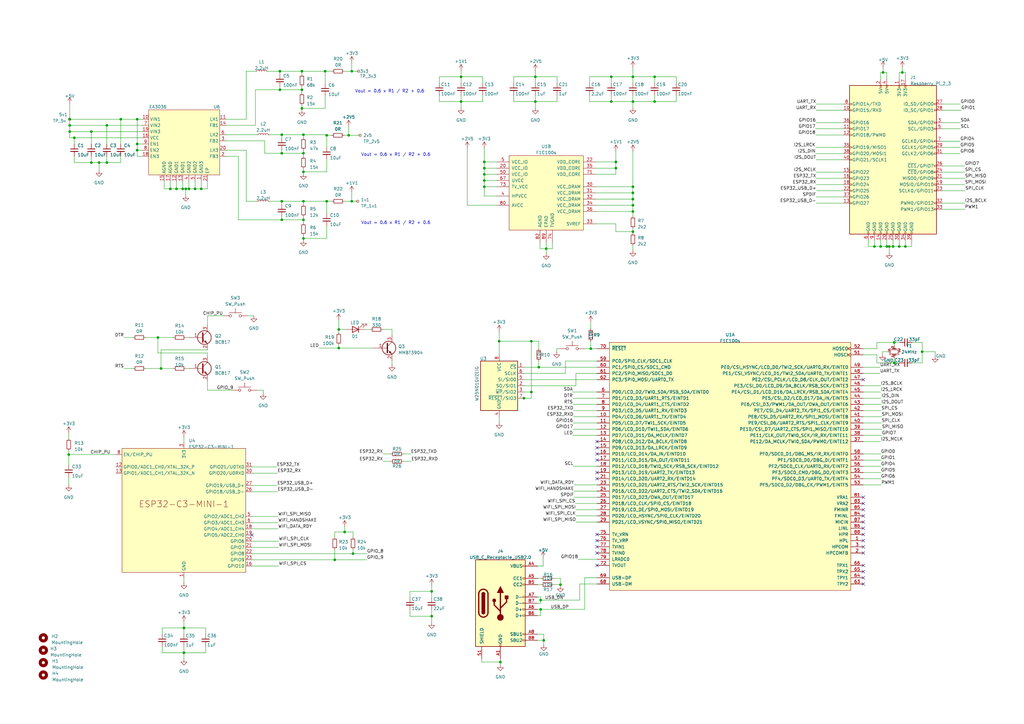
<source format=kicad_sch>
(kicad_sch (version 20230121) (generator eeschema)
  (paper "A3")
  (junction (at 378.206 144.272))
  (junction (at 28.575 53.975))
  (junction (at 56.261 59.055))
  (junction (at 361.188 101.092))
  (junction (at 30.48 56.515))
  (junction (at 217.932 160.782))
  (junction (at 214.884 163.322))
  (junction (at 144.272 82.55))
  (junction (at 133.35 29.21))
  (junction (at 28.575 48.895))
  (junction (at 177.038 242.57))
  (junction (at 366.776 148.844))
  (junction (at 366.268 101.092))
  (junction (at 37.465 53.975))
  (junction (at 115.57 90.17))
  (junction (at 358.648 101.092))
  (junction (at 124.46 90.17))
  (junction (at 133.985 82.55))
  (junction (at 371.348 101.092))
  (junction (at 76.2 77.47))
  (junction (at 259.588 41.656))
  (junction (at 43.815 51.435))
  (junction (at 69.85 77.47))
  (junction (at 115.57 82.55))
  (junction (at 252.603 68.961))
  (junction (at 123.825 36.83))
  (junction (at 259.588 31.496))
  (junction (at 123.825 44.45))
  (junction (at 259.588 86.741))
  (junction (at 40.64 66.675))
  (junction (at 198.628 76.581))
  (junction (at 370.078 29.718))
  (junction (at 198.628 74.041))
  (junction (at 77.47 77.47))
  (junction (at 143.002 55.499))
  (junction (at 366.776 140.462))
  (junction (at 259.588 81.661))
  (junction (at 114.808 29.21))
  (junction (at 141.351 218.186))
  (junction (at 198.628 68.961))
  (junction (at 138.938 135.128))
  (junction (at 198.628 71.501))
  (junction (at 124.46 97.79))
  (junction (at 49.53 48.895))
  (junction (at 82.55 77.47))
  (junction (at 123.825 29.21))
  (junction (at 189.103 41.656))
  (junction (at 115.57 62.865))
  (junction (at 362.204 29.718))
  (junction (at 74.93 77.47))
  (junction (at 144.272 29.21))
  (junction (at 250.698 41.656))
  (junction (at 250.698 31.496))
  (junction (at 124.46 70.485))
  (junction (at 124.46 62.865))
  (junction (at 368.808 101.092))
  (junction (at 363.728 101.092))
  (junction (at 259.588 84.201))
  (junction (at 56.261 48.895))
  (junction (at 229.87 239.776))
  (junction (at 138.938 142.748))
  (junction (at 219.583 41.656))
  (junction (at 80.01 77.47))
  (junction (at 37.465 66.675))
  (junction (at 223.012 262.636))
  (junction (at 28.575 51.435))
  (junction (at 144.78 227.076))
  (junction (at 66.04 151.13))
  (junction (at 259.588 76.581))
  (junction (at 75.438 267.716))
  (junction (at 43.815 66.675))
  (junction (at 198.628 66.421))
  (junction (at 268.478 31.496))
  (junction (at 221.742 249.936))
  (junction (at 137.287 229.616))
  (junction (at 224.028 101.981))
  (junction (at 115.57 55.245))
  (junction (at 364.744 101.092))
  (junction (at 204.724 139.954))
  (junction (at 75.438 257.556))
  (junction (at 217.932 139.954))
  (junction (at 64.77 138.43))
  (junction (at 219.583 31.496))
  (junction (at 56.261 61.595))
  (junction (at 268.478 41.656))
  (junction (at 72.39 77.47))
  (junction (at 242.316 143.002))
  (junction (at 114.808 36.83))
  (junction (at 252.603 66.421))
  (junction (at 133.985 55.499))
  (junction (at 177.038 252.73))
  (junction (at 124.46 82.55))
  (junction (at 189.103 31.496))
  (junction (at 259.588 79.121))
  (junction (at 259.588 94.996))
  (junction (at 220.98 150.622))
  (junction (at 205.232 271.526))
  (junction (at 28.194 186.436))
  (junction (at 124.46 55.245))
  (junction (at 221.742 246.126))
  (no_connect (at 354.076 221.742))
  (no_connect (at 354.076 214.122))
  (no_connect (at 244.856 226.822))
  (no_connect (at 244.856 219.202))
  (no_connect (at 244.856 221.742))
  (no_connect (at 354.076 206.502))
  (no_connect (at 354.076 239.522))
  (no_connect (at 244.856 186.182))
  (no_connect (at 103.378 219.456))
  (no_connect (at 354.076 234.442))
  (no_connect (at 354.076 211.582))
  (no_connect (at 354.076 216.662))
  (no_connect (at 244.856 224.282))
  (no_connect (at 354.076 231.902))
  (no_connect (at 354.076 219.202))
  (no_connect (at 244.856 181.102))
  (no_connect (at 354.076 236.982))
  (no_connect (at 354.076 203.962))
  (no_connect (at 244.856 193.802))
  (no_connect (at 354.076 224.282))
  (no_connect (at 244.856 183.642))
  (no_connect (at 244.856 196.342))
  (no_connect (at 354.076 209.042))
  (no_connect (at 244.856 231.902))
  (no_connect (at 354.076 155.702))
  (no_connect (at 244.856 188.722))
  (no_connect (at 354.076 226.822))
  (wire (pts (xy 259.588 27.686) (xy 259.588 31.496)))
  (wire (pts (xy 354.076 143.002) (xy 359.664 143.002)))
  (wire (pts (xy 235.204 191.135) (xy 235.204 191.262)))
  (wire (pts (xy 334.772 65.532) (xy 345.948 65.532)))
  (wire (pts (xy 334.772 42.672) (xy 345.948 42.672)))
  (wire (pts (xy 28.575 53.975) (xy 37.465 53.975)))
  (wire (pts (xy 124.46 69.215) (xy 124.46 70.485)))
  (wire (pts (xy 354.076 150.622) (xy 360.934 150.622)))
  (wire (pts (xy 115.57 90.17) (xy 97.79 90.17)))
  (wire (pts (xy 28.194 186.436) (xy 47.498 186.436)))
  (wire (pts (xy 368.808 98.552) (xy 368.808 101.092)))
  (wire (pts (xy 198.628 80.391) (xy 198.628 76.581)))
  (wire (pts (xy 124.46 97.79) (xy 124.46 98.425)))
  (wire (pts (xy 252.603 66.421) (xy 252.603 68.961)))
  (wire (pts (xy 56.261 61.595) (xy 56.261 59.055)))
  (wire (pts (xy 123.825 36.83) (xy 123.825 38.1)))
  (wire (pts (xy 268.478 31.496) (xy 277.368 31.496)))
  (wire (pts (xy 244.856 160.782) (xy 234.95 160.782)))
  (wire (pts (xy 268.478 41.656) (xy 277.368 41.656)))
  (wire (pts (xy 80.01 77.47) (xy 82.55 77.47)))
  (wire (pts (xy 133.985 82.55) (xy 136.144 82.55)))
  (wire (pts (xy 244.348 68.961) (xy 252.603 68.961)))
  (wire (pts (xy 138.938 135.128) (xy 138.938 136.398)))
  (wire (pts (xy 221.742 247.396) (xy 221.742 246.126)))
  (wire (pts (xy 220.472 237.236) (xy 221.996 237.236)))
  (wire (pts (xy 203.708 66.421) (xy 198.628 66.421)))
  (wire (pts (xy 105.41 160.02) (xy 107.95 160.02)))
  (wire (pts (xy 354.076 153.162) (xy 360.934 153.162)))
  (wire (pts (xy 229.87 239.776) (xy 229.87 240.284)))
  (wire (pts (xy 115.57 82.55) (xy 115.57 83.82)))
  (wire (pts (xy 103.378 211.836) (xy 114.046 211.836)))
  (wire (pts (xy 368.808 101.092) (xy 371.348 101.092)))
  (wire (pts (xy 30.48 56.515) (xy 30.48 59.055)))
  (wire (pts (xy 363.728 98.552) (xy 363.728 101.092)))
  (wire (pts (xy 67.31 74.295) (xy 67.31 77.47)))
  (wire (pts (xy 144.78 227.076) (xy 150.495 227.076)))
  (wire (pts (xy 85.09 144.78) (xy 64.77 144.78)))
  (wire (pts (xy 76.2 151.13) (xy 77.47 151.13)))
  (wire (pts (xy 259.588 81.661) (xy 259.588 79.121)))
  (wire (pts (xy 217.932 139.954) (xy 204.724 139.954)))
  (wire (pts (xy 210.693 34.036) (xy 210.693 31.496)))
  (wire (pts (xy 214.884 150.622) (xy 220.98 150.622)))
  (wire (pts (xy 180.213 34.036) (xy 180.213 31.496)))
  (wire (pts (xy 354.076 160.782) (xy 361.188 160.782)))
  (wire (pts (xy 92.71 61.595) (xy 100.965 61.595)))
  (wire (pts (xy 214.884 160.782) (xy 217.932 160.782)))
  (wire (pts (xy 124.46 83.82) (xy 124.46 82.55)))
  (wire (pts (xy 244.348 81.661) (xy 259.588 81.661)))
  (wire (pts (xy 363.728 101.092) (xy 364.744 101.092)))
  (wire (pts (xy 100.965 61.595) (xy 100.965 82.55)))
  (wire (pts (xy 100.965 29.21) (xy 100.965 48.895)))
  (wire (pts (xy 223.012 260.096) (xy 220.472 260.096)))
  (wire (pts (xy 354.076 163.322) (xy 361.442 163.322)))
  (wire (pts (xy 220.472 262.636) (xy 223.012 262.636)))
  (wire (pts (xy 354.076 158.242) (xy 361.188 158.242)))
  (wire (pts (xy 133.35 29.21) (xy 136.144 29.21)))
  (wire (pts (xy 75.438 265.176) (xy 75.438 267.716)))
  (wire (pts (xy 66.04 151.13) (xy 71.12 151.13)))
  (wire (pts (xy 198.628 66.421) (xy 198.628 60.706)))
  (wire (pts (xy 227.076 239.776) (xy 229.87 239.776)))
  (wire (pts (xy 133.985 65.405) (xy 133.985 70.485)))
  (wire (pts (xy 239.776 249.936) (xy 239.776 236.982)))
  (wire (pts (xy 242.316 139.954) (xy 242.316 143.002)))
  (wire (pts (xy 252.603 66.421) (xy 252.603 61.976)))
  (wire (pts (xy 244.348 84.201) (xy 259.588 84.201)))
  (wire (pts (xy 133.35 29.21) (xy 123.825 29.21)))
  (wire (pts (xy 157.099 189.23) (xy 160.274 189.23)))
  (wire (pts (xy 354.076 196.342) (xy 361.315 196.342)))
  (wire (pts (xy 354.076 198.882) (xy 361.442 198.882)))
  (wire (pts (xy 252.603 68.961) (xy 252.603 71.501)))
  (wire (pts (xy 137.287 229.616) (xy 150.495 229.616)))
  (wire (pts (xy 30.48 56.515) (xy 58.42 56.515)))
  (wire (pts (xy 160.782 135.128) (xy 160.782 137.668)))
  (wire (pts (xy 220.472 244.856) (xy 221.742 244.856)))
  (wire (pts (xy 189.103 41.656) (xy 197.993 41.656)))
  (wire (pts (xy 241.808 34.036) (xy 241.808 31.496)))
  (wire (pts (xy 133.985 92.71) (xy 133.985 97.79)))
  (wire (pts (xy 244.856 191.262) (xy 235.204 191.262)))
  (wire (pts (xy 204.724 139.954) (xy 204.724 145.542)))
  (wire (pts (xy 28.194 195.834) (xy 28.194 198.882)))
  (wire (pts (xy 354.076 165.862) (xy 361.442 165.862)))
  (wire (pts (xy 221.742 246.126) (xy 237.744 246.126)))
  (wire (pts (xy 361.95 144.272) (xy 361.95 145.288)))
  (wire (pts (xy 124.46 90.17) (xy 124.46 91.44)))
  (wire (pts (xy 50.8 138.43) (xy 54.61 138.43)))
  (wire (pts (xy 219.583 28.956) (xy 219.583 31.496)))
  (wire (pts (xy 221.488 99.441) (xy 221.488 101.981)))
  (wire (pts (xy 244.348 79.121) (xy 259.588 79.121)))
  (wire (pts (xy 354.076 193.802) (xy 361.315 193.802)))
  (wire (pts (xy 40.64 66.675) (xy 43.815 66.675)))
  (wire (pts (xy 123.825 30.48) (xy 123.825 29.21)))
  (wire (pts (xy 103.378 191.516) (xy 113.538 191.516)))
  (wire (pts (xy 168.148 245.11) (xy 168.148 242.57)))
  (wire (pts (xy 156.972 135.128) (xy 160.782 135.128)))
  (wire (pts (xy 124.46 62.865) (xy 115.57 62.865)))
  (wire (pts (xy 220.98 148.082) (xy 220.98 150.622)))
  (wire (pts (xy 354.076 176.022) (xy 361.696 176.022)))
  (wire (pts (xy 334.772 83.312) (xy 345.948 83.312)))
  (wire (pts (xy 354.076 170.942) (xy 361.569 170.942)))
  (wire (pts (xy 66.548 257.556) (xy 75.438 257.556)))
  (wire (pts (xy 268.478 34.036) (xy 268.478 31.496)))
  (wire (pts (xy 235.458 203.962) (xy 244.856 203.962)))
  (wire (pts (xy 244.348 91.821) (xy 252.603 91.821)))
  (wire (pts (xy 114.808 35.56) (xy 114.808 36.83)))
  (wire (pts (xy 144.78 227.076) (xy 103.378 227.076)))
  (wire (pts (xy 383.54 144.272) (xy 378.206 144.272)))
  (wire (pts (xy 28.575 48.895) (xy 49.53 48.895)))
  (wire (pts (xy 49.53 66.675) (xy 49.53 64.135)))
  (wire (pts (xy 28.194 177.546) (xy 28.194 179.832)))
  (wire (pts (xy 221.488 101.981) (xy 224.028 101.981)))
  (wire (pts (xy 334.645 50.292) (xy 345.948 50.292)))
  (wire (pts (xy 259.588 100.711) (xy 259.588 102.616)))
  (wire (pts (xy 100.965 29.21) (xy 104.775 29.21)))
  (wire (pts (xy 100.965 82.55) (xy 105.41 82.55)))
  (wire (pts (xy 386.588 78.232) (xy 395.859 78.232)))
  (wire (pts (xy 334.772 45.212) (xy 345.948 45.212)))
  (wire (pts (xy 250.698 31.496) (xy 259.588 31.496)))
  (wire (pts (xy 334.518 52.832) (xy 345.948 52.832)))
  (wire (pts (xy 85.09 160.02) (xy 95.25 160.02)))
  (wire (pts (xy 144.78 218.186) (xy 144.78 220.345)))
  (wire (pts (xy 28.194 184.912) (xy 28.194 186.436)))
  (wire (pts (xy 386.588 42.672) (xy 393.954 42.672)))
  (wire (pts (xy 214.884 155.702) (xy 244.856 155.702)))
  (wire (pts (xy 221.742 249.936) (xy 239.776 249.936)))
  (wire (pts (xy 75.438 267.716) (xy 75.438 270.256)))
  (wire (pts (xy 92.71 51.435) (xy 104.775 51.435)))
  (wire (pts (xy 85.09 146.05) (xy 85.09 144.78)))
  (wire (pts (xy 144.272 29.21) (xy 147.066 29.21)))
  (wire (pts (xy 220.472 249.936) (xy 221.742 249.936)))
  (wire (pts (xy 133.35 44.45) (xy 123.825 44.45)))
  (wire (pts (xy 137.287 218.186) (xy 141.351 218.186)))
  (wire (pts (xy 239.776 143.002) (xy 242.316 143.002)))
  (wire (pts (xy 85.09 133.35) (xy 85.09 129.54)))
  (wire (pts (xy 189.103 31.496) (xy 197.993 31.496)))
  (wire (pts (xy 43.815 66.675) (xy 49.53 66.675)))
  (wire (pts (xy 203.708 74.041) (xy 198.628 74.041)))
  (wire (pts (xy 82.55 77.47) (xy 85.09 77.47)))
  (wire (pts (xy 242.316 132.08) (xy 242.316 134.874)))
  (wire (pts (xy 354.076 188.722) (xy 361.315 188.722)))
  (wire (pts (xy 49.53 48.895) (xy 49.53 59.055)))
  (wire (pts (xy 104.775 36.83) (xy 114.808 36.83)))
  (wire (pts (xy 92.71 57.785) (xy 108.585 57.785)))
  (wire (pts (xy 244.348 76.581) (xy 259.588 76.581)))
  (wire (pts (xy 30.48 66.675) (xy 37.465 66.675)))
  (wire (pts (xy 239.776 236.982) (xy 244.856 236.982)))
  (wire (pts (xy 242.316 143.002) (xy 244.856 143.002)))
  (wire (pts (xy 234.95 165.862) (xy 244.856 165.862)))
  (wire (pts (xy 151.892 135.128) (xy 149.606 135.128)))
  (wire (pts (xy 198.628 66.421) (xy 198.628 68.961)))
  (wire (pts (xy 219.583 41.656) (xy 219.583 44.196)))
  (wire (pts (xy 69.85 77.47) (xy 72.39 77.47)))
  (wire (pts (xy 59.69 151.13) (xy 66.04 151.13)))
  (wire (pts (xy 43.815 51.435) (xy 28.575 51.435)))
  (wire (pts (xy 252.603 94.996) (xy 259.588 94.996)))
  (wire (pts (xy 358.648 101.092) (xy 361.188 101.092)))
  (wire (pts (xy 250.698 39.116) (xy 250.698 41.656)))
  (wire (pts (xy 137.287 220.345) (xy 137.287 218.186)))
  (wire (pts (xy 75.438 257.556) (xy 75.438 260.096)))
  (wire (pts (xy 241.808 39.116) (xy 241.808 41.656)))
  (wire (pts (xy 221.742 244.856) (xy 221.742 246.126)))
  (wire (pts (xy 103.378 224.536) (xy 114.3 224.536)))
  (wire (pts (xy 259.588 41.656) (xy 259.588 44.196)))
  (wire (pts (xy 203.708 71.501) (xy 198.628 71.501)))
  (wire (pts (xy 386.588 73.152) (xy 395.732 73.152)))
  (wire (pts (xy 356.108 101.092) (xy 358.648 101.092)))
  (wire (pts (xy 133.985 55.499) (xy 136.017 55.499)))
  (wire (pts (xy 123.825 29.21) (xy 114.808 29.21)))
  (wire (pts (xy 197.612 271.526) (xy 205.232 271.526)))
  (wire (pts (xy 237.744 239.522) (xy 244.856 239.522)))
  (wire (pts (xy 220.98 143.002) (xy 220.98 139.954)))
  (wire (pts (xy 386.588 57.912) (xy 393.827 57.912)))
  (wire (pts (xy 168.148 242.57) (xy 177.038 242.57)))
  (wire (pts (xy 366.776 140.462) (xy 366.776 141.732)))
  (wire (pts (xy 66.548 260.096) (xy 66.548 257.556)))
  (wire (pts (xy 386.588 52.832) (xy 393.954 52.832)))
  (wire (pts (xy 114.808 29.21) (xy 114.808 30.48)))
  (wire (pts (xy 97.79 90.17) (xy 97.79 64.135)))
  (wire (pts (xy 241.808 31.496) (xy 250.698 31.496)))
  (wire (pts (xy 137.287 225.425) (xy 137.287 229.616)))
  (wire (pts (xy 259.588 86.741) (xy 259.588 88.646)))
  (wire (pts (xy 108.585 62.865) (xy 115.57 62.865)))
  (wire (pts (xy 219.583 31.496) (xy 219.583 34.036)))
  (wire (pts (xy 124.46 55.245) (xy 115.57 55.245)))
  (wire (pts (xy 234.95 178.562) (xy 244.856 178.562)))
  (wire (pts (xy 160.782 147.828) (xy 160.782 149.606)))
  (wire (pts (xy 217.932 139.954) (xy 217.932 160.782)))
  (wire (pts (xy 64.77 138.43) (xy 71.12 138.43)))
  (wire (pts (xy 220.472 232.156) (xy 222.758 232.156)))
  (wire (pts (xy 237.744 246.126) (xy 237.744 239.522)))
  (wire (pts (xy 64.77 144.78) (xy 64.77 138.43)))
  (wire (pts (xy 244.856 148.082) (xy 231.902 148.082)))
  (wire (pts (xy 214.884 158.242) (xy 236.22 158.242)))
  (wire (pts (xy 103.378 232.156) (xy 114.3 232.156)))
  (wire (pts (xy 277.368 31.496) (xy 277.368 34.036)))
  (wire (pts (xy 28.575 53.975) (xy 28.575 56.515)))
  (wire (pts (xy 220.98 150.622) (xy 244.856 150.622)))
  (wire (pts (xy 203.708 84.201) (xy 191.643 84.201)))
  (wire (pts (xy 250.698 41.656) (xy 259.588 41.656)))
  (wire (pts (xy 364.744 101.092) (xy 366.268 101.092)))
  (wire (pts (xy 386.588 60.452) (xy 393.827 60.452)))
  (wire (pts (xy 220.472 247.396) (xy 221.742 247.396)))
  (wire (pts (xy 203.708 76.581) (xy 198.628 76.581)))
  (wire (pts (xy 67.31 77.47) (xy 69.85 77.47)))
  (wire (pts (xy 75.438 267.716) (xy 84.328 267.716)))
  (wire (pts (xy 334.518 60.452) (xy 345.948 60.452)))
  (wire (pts (xy 366.268 101.092) (xy 368.808 101.092)))
  (wire (pts (xy 386.588 83.312) (xy 395.732 83.312)))
  (wire (pts (xy 228.473 41.656) (xy 228.473 39.116)))
  (wire (pts (xy 28.575 56.515) (xy 30.48 56.515)))
  (wire (pts (xy 59.69 138.43) (xy 64.77 138.43)))
  (wire (pts (xy 210.693 39.116) (xy 210.693 41.656)))
  (wire (pts (xy 370.078 27.686) (xy 370.078 29.718)))
  (wire (pts (xy 43.815 51.435) (xy 43.815 59.055)))
  (wire (pts (xy 205.232 271.526) (xy 205.232 272.542)))
  (wire (pts (xy 100.965 48.895) (xy 92.71 48.895)))
  (wire (pts (xy 109.855 29.21) (xy 114.808 29.21)))
  (wire (pts (xy 224.028 101.981) (xy 224.028 103.886)))
  (wire (pts (xy 235.204 168.402) (xy 244.856 168.402)))
  (wire (pts (xy 366.268 98.552) (xy 366.268 101.092)))
  (wire (pts (xy 84.328 257.556) (xy 84.328 260.096)))
  (wire (pts (xy 180.213 31.496) (xy 189.103 31.496)))
  (wire (pts (xy 76.2 77.47) (xy 76.2 80.01)))
  (wire (pts (xy 354.076 186.182) (xy 361.315 186.182)))
  (wire (pts (xy 197.993 31.496) (xy 197.993 34.036)))
  (wire (pts (xy 259.588 94.996) (xy 259.588 95.631)))
  (wire (pts (xy 115.57 55.245) (xy 115.57 56.515)))
  (wire (pts (xy 198.628 68.961) (xy 198.628 71.501)))
  (wire (pts (xy 334.518 62.992) (xy 345.948 62.992)))
  (wire (pts (xy 144.272 78.867) (xy 144.272 82.55)))
  (wire (pts (xy 220.472 239.776) (xy 221.996 239.776)))
  (wire (pts (xy 97.79 64.135) (xy 92.71 64.135)))
  (wire (pts (xy 133.985 55.499) (xy 133.985 60.325)))
  (wire (pts (xy 56.261 48.895) (xy 58.42 48.895)))
  (wire (pts (xy 144.272 25.654) (xy 144.272 29.21)))
  (wire (pts (xy 386.588 75.692) (xy 395.732 75.692)))
  (wire (pts (xy 222.758 232.156) (xy 222.758 228.854)))
  (wire (pts (xy 203.708 80.391) (xy 198.628 80.391)))
  (wire (pts (xy 58.42 51.435) (xy 43.815 51.435)))
  (wire (pts (xy 177.038 250.19) (xy 177.038 252.73)))
  (wire (pts (xy 221.742 249.936) (xy 221.742 252.476)))
  (wire (pts (xy 103.378 194.056) (xy 113.792 194.056)))
  (wire (pts (xy 28.575 51.435) (xy 28.575 53.975)))
  (wire (pts (xy 354.076 168.402) (xy 361.442 168.402)))
  (wire (pts (xy 189.103 31.496) (xy 189.103 34.036)))
  (wire (pts (xy 133.35 34.29) (xy 133.35 29.21)))
  (wire (pts (xy 141.351 218.186) (xy 144.78 218.186)))
  (wire (pts (xy 144.272 29.21) (xy 141.224 29.21)))
  (wire (pts (xy 138.938 142.748) (xy 138.938 141.478)))
  (wire (pts (xy 66.548 267.716) (xy 75.438 267.716)))
  (wire (pts (xy 85.09 129.54) (xy 91.44 129.54)))
  (wire (pts (xy 103.378 229.616) (xy 137.287 229.616)))
  (wire (pts (xy 110.49 82.55) (xy 115.57 82.55)))
  (wire (pts (xy 386.588 45.212) (xy 394.208 45.212)))
  (wire (pts (xy 259.588 93.726) (xy 259.588 94.996)))
  (wire (pts (xy 198.628 76.581) (xy 198.628 74.041)))
  (wire (pts (xy 204.724 170.942) (xy 204.724 173.228)))
  (wire (pts (xy 359.664 145.542) (xy 359.664 148.844)))
  (wire (pts (xy 143.002 51.816) (xy 143.002 55.499)))
  (wire (pts (xy 66.548 265.176) (xy 66.548 267.716)))
  (wire (pts (xy 115.57 90.17) (xy 115.57 88.9)))
  (wire (pts (xy 82.55 74.295) (xy 82.55 77.47)))
  (wire (pts (xy 259.588 86.741) (xy 259.588 84.201)))
  (wire (pts (xy 74.93 74.295) (xy 74.93 77.47)))
  (wire (pts (xy 259.588 31.496) (xy 259.588 34.036)))
  (wire (pts (xy 383.54 146.05) (xy 383.54 144.272)))
  (wire (pts (xy 244.348 86.741) (xy 259.588 86.741)))
  (wire (pts (xy 220.472 252.476) (xy 221.742 252.476)))
  (wire (pts (xy 37.465 66.675) (xy 40.64 66.675)))
  (wire (pts (xy 144.272 82.55) (xy 146.685 82.55)))
  (wire (pts (xy 157.099 186.182) (xy 160.274 186.182)))
  (wire (pts (xy 236.22 209.042) (xy 244.856 209.042)))
  (wire (pts (xy 114.808 36.83) (xy 123.825 36.83)))
  (wire (pts (xy 237.109 229.362) (xy 244.856 229.362)))
  (wire (pts (xy 124.46 62.865) (xy 124.46 64.135)))
  (wire (pts (xy 234.95 163.322) (xy 244.856 163.322)))
  (wire (pts (xy 371.348 98.552) (xy 371.348 101.092)))
  (wire (pts (xy 334.772 75.692) (xy 345.948 75.692)))
  (wire (pts (xy 235.077 176.022) (xy 244.856 176.022)))
  (wire (pts (xy 361.188 98.552) (xy 361.188 101.092)))
  (wire (pts (xy 180.213 41.656) (xy 189.103 41.656)))
  (wire (pts (xy 108.585 57.785) (xy 108.585 62.865)))
  (wire (pts (xy 378.206 144.272) (xy 378.206 148.844)))
  (wire (pts (xy 49.53 48.895) (xy 56.261 48.895)))
  (wire (pts (xy 259.588 76.581) (xy 259.588 61.976)))
  (wire (pts (xy 124.46 82.55) (xy 115.57 82.55)))
  (wire (pts (xy 138.938 135.128) (xy 138.938 131.318)))
  (wire (pts (xy 354.076 173.482) (xy 361.569 173.482)))
  (wire (pts (xy 177.038 242.57) (xy 177.038 245.11)))
  (wire (pts (xy 103.378 214.376) (xy 114.046 214.376)))
  (wire (pts (xy 224.028 99.441) (xy 224.028 101.981)))
  (wire (pts (xy 214.63 163.322) (xy 214.884 163.322)))
  (wire (pts (xy 168.148 250.19) (xy 168.148 252.73)))
  (wire (pts (xy 235.458 198.882) (xy 244.856 198.882)))
  (wire (pts (xy 133.985 55.245) (xy 124.46 55.245)))
  (wire (pts (xy 40.64 66.675) (xy 40.64 69.85)))
  (wire (pts (xy 74.93 77.47) (xy 76.2 77.47)))
  (wire (pts (xy 30.48 64.135) (xy 30.48 66.675)))
  (wire (pts (xy 85.09 156.21) (xy 85.09 160.02)))
  (wire (pts (xy 76.2 77.47) (xy 77.47 77.47)))
  (wire (pts (xy 217.932 160.782) (xy 217.932 163.322)))
  (wire (pts (xy 124.46 88.9) (xy 124.46 90.17)))
  (wire (pts (xy 177.038 252.73) (xy 177.038 255.27)))
  (wire (pts (xy 75.438 179.07) (xy 75.438 181.356)))
  (wire (pts (xy 84.328 267.716) (xy 84.328 265.176)))
  (wire (pts (xy 259.588 79.121) (xy 259.588 76.581)))
  (wire (pts (xy 231.902 153.162) (xy 231.902 148.082)))
  (wire (pts (xy 219.583 31.496) (xy 228.473 31.496)))
  (wire (pts (xy 235.077 173.482) (xy 244.856 173.482)))
  (wire (pts (xy 133.985 87.63) (xy 133.985 82.55)))
  (wire (pts (xy 235.204 170.942) (xy 244.856 170.942)))
  (wire (pts (xy 37.465 53.975) (xy 58.42 53.975)))
  (wire (pts (xy 229.616 143.002) (xy 228.346 143.002)))
  (wire (pts (xy 356.108 98.552) (xy 356.108 101.092)))
  (wire (pts (xy 103.378 201.676) (xy 113.792 201.676)))
  (wire (pts (xy 364.236 144.272) (xy 361.95 144.272)))
  (wire (pts (xy 103.378 221.996) (xy 114.3 221.996)))
  (wire (pts (xy 115.57 62.865) (xy 115.57 61.595)))
  (wire (pts (xy 370.078 29.718) (xy 371.348 29.718)))
  (wire (pts (xy 250.698 31.496) (xy 250.698 34.036)))
  (wire (pts (xy 354.076 178.562) (xy 361.696 178.562)))
  (wire (pts (xy 198.628 74.041) (xy 198.628 71.501)))
  (wire (pts (xy 72.39 74.295) (xy 72.39 77.47)))
  (wire (pts (xy 76.2 138.43) (xy 77.47 138.43)))
  (wire (pts (xy 75.438 237.236) (xy 75.438 239.014)))
  (wire (pts (xy 203.708 68.961) (xy 198.628 68.961)))
  (wire (pts (xy 56.261 59.055) (xy 56.261 48.895)))
  (wire (pts (xy 37.465 53.975) (xy 37.465 59.055)))
  (wire (pts (xy 369.062 148.844) (xy 366.776 148.844)))
  (wire (pts (xy 374.142 140.462) (xy 378.206 140.462)))
  (wire (pts (xy 85.09 143.51) (xy 66.04 143.51)))
  (wire (pts (xy 334.899 78.232) (xy 345.948 78.232)))
  (wire (pts (xy 58.42 64.135) (xy 56.261 64.135)))
  (wire (pts (xy 259.588 31.496) (xy 268.478 31.496)))
  (wire (pts (xy 354.076 191.262) (xy 361.315 191.262)))
  (wire (pts (xy 361.188 29.718) (xy 362.204 29.718)))
  (wire (pts (xy 103.378 216.916) (xy 114.046 216.916)))
  (wire (pts (xy 124.46 90.17) (xy 115.57 90.17)))
  (wire (pts (xy 373.888 98.552) (xy 373.888 101.092)))
  (wire (pts (xy 277.368 39.116) (xy 277.368 41.656)))
  (wire (pts (xy 214.884 163.322) (xy 217.932 163.322)))
  (wire (pts (xy 80.01 74.295) (xy 80.01 77.47)))
  (wire (pts (xy 259.588 41.656) (xy 259.588 39.116)))
  (wire (pts (xy 231.902 153.162) (xy 214.884 153.162)))
  (wire (pts (xy 362.204 29.718) (xy 363.728 29.718)))
  (wire (pts (xy 354.076 181.102) (xy 361.188 181.102)))
  (wire (pts (xy 138.938 142.748) (xy 130.81 142.748)))
  (wire (pts (xy 141.097 55.499) (xy 143.002 55.499)))
  (wire (pts (xy 123.825 35.56) (xy 123.825 36.83)))
  (wire (pts (xy 104.775 51.435) (xy 104.775 36.83)))
  (wire (pts (xy 75.438 255.016) (xy 75.438 257.556)))
  (wire (pts (xy 359.664 140.462) (xy 366.776 140.462)))
  (wire (pts (xy 236.22 211.582) (xy 244.856 211.582)))
  (wire (pts (xy 363.728 29.718) (xy 363.728 32.512)))
  (wire (pts (xy 219.583 41.656) (xy 228.473 41.656)))
  (wire (pts (xy 144.78 225.425) (xy 144.78 227.076)))
  (wire (pts (xy 334.772 70.612) (xy 345.948 70.612)))
  (wire (pts (xy 37.465 64.135) (xy 37.465 66.675)))
  (wire (pts (xy 66.04 143.51) (xy 66.04 151.13)))
  (wire (pts (xy 334.772 80.772) (xy 345.948 80.772)))
  (wire (pts (xy 69.85 74.295) (xy 69.85 77.47)))
  (wire (pts (xy 205.232 270.256) (xy 205.232 271.526)))
  (wire (pts (xy 358.648 98.552) (xy 358.648 101.092)))
  (wire (pts (xy 85.09 77.47) (xy 85.09 74.295)))
  (wire (pts (xy 101.6 129.54) (xy 104.14 129.54)))
  (wire (pts (xy 219.583 39.116) (xy 219.583 41.656)))
  (wire (pts (xy 204.724 135.89) (xy 204.724 139.954)))
  (wire (pts (xy 259.588 41.656) (xy 268.478 41.656)))
  (wire (pts (xy 378.206 140.462) (xy 378.206 144.272)))
  (wire (pts (xy 143.002 55.499) (xy 147.701 55.499)))
  (wire (pts (xy 133.985 55.245) (xy 133.985 55.499)))
  (wire (pts (xy 361.188 29.718) (xy 361.188 32.512)))
  (wire (pts (xy 366.776 146.812) (xy 366.776 148.844)))
  (wire (pts (xy 224.028 101.981) (xy 226.568 101.981)))
  (wire (pts (xy 359.664 143.002) (xy 359.664 140.462)))
  (wire (pts (xy 334.518 55.372) (xy 345.948 55.372)))
  (wire (pts (xy 236.22 153.162) (xy 244.856 153.162)))
  (wire (pts (xy 124.46 61.595) (xy 124.46 62.865)))
  (wire (pts (xy 28.575 42.545) (xy 28.575 48.895)))
  (wire (pts (xy 368.808 32.512) (xy 368.808 29.718)))
  (wire (pts (xy 180.213 39.116) (xy 180.213 41.656)))
  (wire (pts (xy 141.351 216.027) (xy 141.351 218.186)))
  (wire (pts (xy 236.22 214.122) (xy 244.856 214.122)))
  (wire (pts (xy 228.346 143.002) (xy 228.346 144.272)))
  (wire (pts (xy 43.815 64.135) (xy 43.815 66.675)))
  (wire (pts (xy 241.808 41.656) (xy 250.698 41.656)))
  (wire (pts (xy 354.076 145.542) (xy 359.664 145.542)))
  (wire (pts (xy 368.808 29.718) (xy 370.078 29.718)))
  (wire (pts (xy 228.473 31.496) (xy 228.473 34.036)))
  (wire (pts (xy 72.39 77.47) (xy 74.93 77.47)))
  (wire (pts (xy 141.986 135.128) (xy 138.938 135.128)))
  (wire (pts (xy 236.22 158.242) (xy 236.22 153.162)))
  (wire (pts (xy 77.47 77.47) (xy 80.01 77.47)))
  (wire (pts (xy 124.46 56.515) (xy 124.46 55.245)))
  (wire (pts (xy 369.062 140.462) (xy 366.776 140.462)))
  (wire (pts (xy 364.744 101.092) (xy 364.744 103.632)))
  (wire (pts (xy 386.588 68.072) (xy 395.732 68.072)))
  (wire (pts (xy 386.588 70.612) (xy 395.732 70.612)))
  (wire (pts (xy 153.162 142.748) (xy 138.938 142.748)))
  (wire (pts (xy 92.71 55.245) (xy 105.41 55.245)))
  (wire (pts (xy 227.076 237.236) (xy 229.87 237.236)))
  (wire (pts (xy 124.46 70.485) (xy 124.46 71.12)))
  (wire (pts (xy 210.693 31.496) (xy 219.583 31.496)))
  (wire (pts (xy 362.204 27.686) (xy 362.204 29.718)))
  (wire (pts (xy 359.664 148.844) (xy 366.776 148.844)))
  (wire (pts (xy 386.588 62.992) (xy 393.827 62.992)))
  (wire (pts (xy 223.012 264.414) (xy 223.012 262.636)))
  (wire (pts (xy 28.194 186.436) (xy 28.194 190.754)))
  (wire (pts (xy 189.103 28.956) (xy 189.103 31.496)))
  (wire (pts (xy 124.46 96.52) (xy 124.46 97.79)))
  (wire (pts (xy 244.348 71.501) (xy 252.603 71.501)))
  (wire (pts (xy 168.148 252.73) (xy 177.038 252.73)))
  (wire (pts (xy 259.588 84.201) (xy 259.588 81.661)))
  (wire (pts (xy 386.588 50.292) (xy 393.954 50.292)))
  (wire (pts (xy 56.261 59.055) (xy 58.42 59.055)))
  (wire (pts (xy 107.95 160.02) (xy 107.95 161.29)))
  (wire (pts (xy 56.261 61.595) (xy 58.42 61.595)))
  (wire (pts (xy 189.103 41.656) (xy 189.103 44.196)))
  (wire (pts (xy 133.985 97.79) (xy 124.46 97.79)))
  (wire (pts (xy 103.378 199.136) (xy 113.665 199.136)))
  (wire (pts (xy 378.206 148.844) (xy 374.142 148.844)))
  (wire (pts (xy 28.575 48.895) (xy 28.575 51.435)))
  (wire (pts (xy 229.87 237.236) (xy 229.87 239.776)))
  (wire (pts (xy 133.985 70.485) (xy 124.46 70.485)))
  (wire (pts (xy 141.224 82.55) (xy 144.272 82.55)))
  (wire (pts (xy 75.438 257.556) (xy 84.328 257.556)))
  (wire (pts (xy 77.47 74.295) (xy 77.47 77.47)))
  (wire (pts (xy 226.568 101.981) (xy 226.568 99.441)))
  (wire (pts (xy 386.588 85.852) (xy 395.732 85.852)))
  (wire (pts (xy 165.354 189.23) (xy 168.656 189.23)))
  (wire (pts (xy 220.98 139.954) (xy 217.932 139.954)))
  (wire (pts (xy 133.985 82.55) (xy 124.46 82.55)))
  (wire (pts (xy 244.348 66.421) (xy 252.603 66.421)))
  (wire (pts (xy 123.825 43.18) (xy 123.825 44.45)))
  (wire (pts (xy 235.966 206.502) (xy 244.856 206.502)))
  (wire (pts (xy 189.103 39.116) (xy 189.103 41.656)))
  (wire (pts (xy 50.8 151.13) (xy 54.61 151.13)))
  (wire (pts (xy 177.038 240.03) (xy 177.038 242.57)))
  (wire (pts (xy 110.49 55.245) (xy 115.57 55.245)))
  (wire (pts (xy 123.825 44.45) (xy 123.825 45.085)))
  (wire (pts (xy 133.35 39.37) (xy 133.35 44.45)))
  (wire (pts (xy 191.643 84.201) (xy 191.643 60.706)))
  (wire (pts (xy 56.261 64.135) (xy 56.261 61.595)))
  (wire (pts (xy 361.188 101.092) (xy 363.728 101.092)))
  (wire (pts (xy 371.348 101.092) (xy 373.888 101.092)))
  (wire (pts (xy 197.612 270.256) (xy 197.612 271.526)))
  (wire (pts (xy 252.603 91.821) (xy 252.603 94.996)))
  (wire (pts (xy 268.478 39.116) (xy 268.478 41.656)))
  (wire (pts (xy 244.856 201.422) (xy 235.458 201.422)))
  (wire (pts (xy 197.993 41.656) (xy 197.993 39.116)))
  (wire (pts (xy 165.354 186.182) (xy 168.529 186.182)))
  (wire (pts (xy 334.772 73.152) (xy 345.948 73.152)))
  (wire (pts (xy 210.693 41.656) (xy 219.583 41.656)))
  (wire (pts (xy 371.348 29.718) (xy 371.348 32.512)))
  (wire (pts (xy 234.95 160.655) (xy 234.95 160.782)))
  (wire (pts (xy 223.012 262.636) (xy 223.012 260.096)))
  (text "Vout = 0.6 x R1 / R2 + 0.6" (at 148.082 92.202 0) (effects (font (size 1.27 1.27)) (justify left bottom)))
  (text "Vout = 0.6 x R1 / R2 + 0.6" (at 145.542 38.227 0) (effects (font (size 1.27 1.27)) (justify left bottom)))
  (text "Vout = 0.6 x R1 / R2 + 0.6" (at 148.082 64.262 0) (effects (font (size 1.27 1.27)) (justify left bottom)))
  (label "WIFI_DATA_RDY" (at 235.458 198.882 180))
  (label "GPIO5" (at 393.827 60.452 0))
  (label "CHIP_PU" (at 37.084 186.436 0))
  (label "GPIO6" (at 393.827 62.992 0))
  (label "USB_DN" (at 223.52 246.126 0))
  (label "GPIO17" (at 334.518 52.832 180))
  (label "GPIO4" (at 393.827 57.912 0))
  (label "WIFI_HANDSHAKE" (at 235.458 201.422 180))
  (label "GPIO1" (at 394.208 45.212 0))
  (label "GPIO_9" (at 88.9 160.02 0))
  (label "ESP32_RX" (at 157.099 186.182 180))
  (label "I2S_DIN" (at 334.518 62.992 180))
  (label "I2S_LRCK" (at 361.188 160.782 0))
  (label "PWM1" (at 395.732 85.852 0))
  (label "ESP32_TXD" (at 235.204 168.402 180))
  (label "ESP32_USB_D-" (at 113.792 201.676 0))
  (label "I2S_MCLK" (at 334.772 70.612 180))
  (label "WIFI_SPI_MOSI" (at 114.3 224.536 0))
  (label "WIFI_SPI_CS" (at 235.966 206.502 180))
  (label "I2S_BCLK" (at 395.732 83.312 0))
  (label "SPI_CLK" (at 361.569 173.482 0))
  (label "GPIO_8" (at 150.495 227.076 0))
  (label "SPI_MOSI" (at 361.569 170.942 0))
  (label "GPIO0" (at 361.315 186.182 0))
  (label "SPI_CS" (at 395.732 70.612 0))
  (label "WIFI_SPI_MISO" (at 236.22 214.122 180))
  (label "PWM1" (at 361.442 198.882 0))
  (label "UART_RX" (at 360.934 150.622 0))
  (label "WIFI_DATA_RDY" (at 114.046 216.916 0))
  (label "WIFI_SPI_MOSI" (at 236.22 209.042 180))
  (label "ESP32_USB_D+" (at 334.899 78.232 180))
  (label "GPIO18" (at 334.518 55.372 180))
  (label "GPIO5" (at 361.315 193.802 0))
  (label "SDA" (at 393.954 50.292 0))
  (label "UART_RX" (at 334.772 45.212 180))
  (label "SPI_MISO" (at 395.732 73.152 0))
  (label "CHIP_PU" (at 91.44 129.54 180))
  (label "ESP32_RX" (at 113.792 194.056 0))
  (label "WIFI_SPI_MISO" (at 114.046 211.836 0))
  (label "SPI_MOSI" (at 395.732 75.692 0))
  (label "I2S_DOUT" (at 334.772 65.532 180))
  (label "LED" (at 130.81 142.748 180))
  (label "WIFI_SPI_CLK" (at 114.3 221.996 0))
  (label "I2S_MCLK" (at 361.188 181.102 0))
  (label "ESP32_RXD" (at 168.656 189.23 0))
  (label "LED" (at 234.95 178.562 180))
  (label "I2S_DOUT" (at 361.442 165.862 0))
  (label "GPIO4" (at 361.315 191.262 0))
  (label "GPIO16" (at 334.645 50.292 180))
  (label "UART_TX" (at 360.934 153.162 0))
  (label "ESP32_RXD" (at 235.204 170.942 180))
  (label "WIFI_SPI_CS" (at 114.3 232.156 0))
  (label "RTS" (at 234.95 165.862 180))
  (label "RTS" (at 50.8 151.13 180))
  (label "I2S_BCLK" (at 361.188 158.242 0))
  (label "GPIO7" (at 395.732 68.072 0))
  (label "SPDIF" (at 334.772 80.772 180))
  (label "WIFI_HANDSHAKE" (at 114.046 214.376 0))
  (label "I2S_DIN" (at 361.442 163.322 0))
  (label "ESP32_TX" (at 113.538 191.516 0))
  (label "SPI_CS" (at 361.442 168.402 0))
  (label "SPI_MISO" (at 361.696 176.022 0))
  (label "GPIO_9" (at 150.495 229.616 0))
  (label "SCL" (at 393.954 52.832 0))
  (label "ESP32_RX" (at 157.099 189.23 180))
  (label "GPIO1" (at 361.315 188.722 0))
  (label "ESP32_USB_D+" (at 113.665 199.136 0))
  (label "ESP32_TXD" (at 168.529 186.182 0))
  (label "GPIO7" (at 361.696 178.562 0))
  (label "SCL" (at 235.204 191.135 180))
  (label "GPIO0" (at 393.954 42.672 0))
  (label "DTR" (at 50.8 138.43 180))
  (label "UART_TX" (at 334.772 42.672 180))
  (label "SPDIF" (at 235.458 203.962 180))
  (label "DTR" (at 234.95 163.322 180))
  (label "ESP32_RX" (at 334.772 75.692 180))
  (label "ESP32_USB_D-" (at 334.772 83.312 180))
  (label "GPIO16" (at 235.077 173.482 180))
  (label "SPI_CLK" (at 395.859 78.232 0))
  (label "GPIO6" (at 361.315 196.342 0))
  (label "I2S_LRCK" (at 334.518 60.452 180))
  (label "GPIO18" (at 237.109 229.362 180))
  (label "WIFI_SPI_CLK" (at 236.22 211.582 180))
  (label "SDA" (at 234.95 160.655 180))
  (label "USB_DP" (at 225.806 249.936 0))
  (label "GPIO17" (at 235.077 176.022 180))
  (label "ESP32_TX" (at 334.772 73.152 180))
  (symbol (lib_id "Device:Crystal_GND24_Small") (at 366.776 144.272 90) (unit 1)
    (property "Reference" "Y1" (at 372.872 141.8337 90))
    (property "Value" "24MHz" (at 372.872 144.3737 90))
    (property "Footprint" "Crystal:Crystal_SMD_SeikoEpson_TSX3225-4Pin_3.2x2.5mm" (effects hide))
    (property "LCSC" "C15643" (effects hide))
  )
  (symbol (lib_id "Device:L_Small") (at 107.95 82.55 90) (unit 1)
    (property "Reference" "L3" (at 107.95 78.74 90))
    (property "Value" "2.2uH" (at 107.95 81.28 90))
    (property "Footprint" "Inductor_SMD:L_0805_2012Metric" (effects hide))
    (property "LCSC" "C1043" (effects hide))
  )
  (symbol (lib_id "Device:C_Small") (at 241.808 36.576 0) (unit 1)
    (property "Reference" "C16" (at 242.443 34.671 0) (effects (justify left)))
    (property "Value" "2.2uF" (at 242.443 38.481 0) (effects (justify left)))
    (property "Footprint" "Capacitor_SMD:C_0402_1005Metric" (effects hide))
    (property "LCSC" "C12530" (effects hide))
  )
  (symbol (lib_id "power:+3V3") (at 144.272 25.654 0) (unit 1)
    (property "Reference" "#PWR07" (effects hide))
    (property "Value" "+3V3" (at 144.272 21.844 0))
  )
  (symbol (lib_id "Device:C_Small") (at 115.57 59.055 0) (unit 1)
    (property "Reference" "C7" (at 116.84 57.15 0) (effects (justify left)))
    (property "Value" "100nF" (at 116.84 60.96 0) (effects (justify left)))
    (property "Footprint" "Capacitor_SMD:C_0402_1005Metric" (effects hide))
    (property "LCSC" "C307331" (effects hide))
  )
  (symbol (lib_id "Switch:SW_Push") (at 234.696 143.002 0) (unit 1)
    (property "Reference" "SW1" (at 234.696 135.636 0))
    (property "Value" "SW_Push" (at 234.696 138.176 0))
    (property "Footprint" "Button_Switch_SMD:SW_Push_1P1T_XKB_TS-1187A" (effects hide))
    (property "LCSC" "C318884" (effects hide))
  )
  (symbol (lib_id "power:GND") (at 107.95 161.29 0) (unit 1)
    (property "Reference" "#PWR046" (effects hide))
    (property "Value" "GND" (at 107.95 166.37 0))
  )
  (symbol (lib_id "power:GND") (at 76.2 80.01 0) (unit 1)
    (property "Reference" "#PWR03" (effects hide))
    (property "Value" "GND" (at 76.2 85.09 0))
  )
  (symbol (lib_id "Device:C_Small") (at 228.473 36.576 0) (unit 1)
    (property "Reference" "C21" (at 229.108 34.671 0) (effects (justify left)))
    (property "Value" "1uF" (at 229.108 38.481 0) (effects (justify left)))
    (property "Footprint" "Capacitor_SMD:C_0402_1005Metric" (effects hide))
    (property "LCSC" "C52923" (effects hide))
  )
  (symbol (lib_id "Device:R_Small") (at 138.938 138.938 0) (mirror x) (unit 1)
    (property "Reference" "R19" (at 137.16 138.303 0) (effects (justify right)))
    (property "Value" "100k" (at 137.16 140.843 0) (effects (justify right)))
    (property "Footprint" "Resistor_SMD:R_0402_1005Metric" (effects hide))
    (property "LCSC" "C25741" (effects hide))
  )
  (symbol (lib_id "power:GND") (at 40.64 69.85 0) (unit 1)
    (property "Reference" "#PWR02" (effects hide))
    (property "Value" "GND" (at 40.64 74.93 0))
  )
  (symbol (lib_id "Switch:SW_Push") (at 100.33 160.02 0) (unit 1)
    (property "Reference" "SW2" (at 100.33 152.654 0))
    (property "Value" "SW_Push" (at 100.33 155.194 0))
    (property "Footprint" "Button_Switch_SMD:SW_Push_1P1T_XKB_TS-1187A" (effects hide))
    (property "LCSC" "C318884" (effects hide))
  )
  (symbol (lib_id "Connector:TestPoint_Small") (at 28.575 48.895 0) (unit 1)
    (property "Reference" "5v1" (at 24.13 46.99 0) (effects (justify left)))
    (property "Value" "TP_5v" (at 21.59 49.53 0) (effects (justify left)))
    (property "Footprint" "TestPoint:TestPoint_Pad_D1.0mm" (effects hide))
  )
  (symbol (lib_id "Transistor_BJT:MMBT3904") (at 158.242 142.748 0) (unit 1)
    (property "Reference" "Q3" (at 163.322 142.113 0) (effects (justify left)))
    (property "Value" "MMBT3904" (at 163.322 144.653 0) (effects (justify left)))
    (property "Footprint" "Package_TO_SOT_SMD:SOT-23" (effects hide))
    (property "Datasheet" "https://www.onsemi.com/pub/Collateral/2N3903-D.PDF" (effects hide))
    (property "LCSC" "C20526" (effects hide))
  )
  (symbol (lib_id "Device:C_Small") (at 37.465 61.595 0) (unit 1)
    (property "Reference" "C2" (at 38.735 59.69 0) (effects (justify left)))
    (property "Value" "10uF" (at 38.735 63.5 0) (effects (justify left)))
    (property "Footprint" "Capacitor_SMD:C_0402_1005Metric" (effects hide))
    (property "LCSC" "C15525" (effects hide))
  )
  (symbol (lib_id "power:+3V3") (at 138.938 131.318 0) (unit 1)
    (property "Reference" "#PWR034" (effects hide))
    (property "Value" "+3V3" (at 138.938 127.508 0))
  )
  (symbol (lib_id "Device:C_Small") (at 197.993 36.576 0) (unit 1)
    (property "Reference" "C13" (at 198.628 34.671 0) (effects (justify left)))
    (property "Value" "100nF" (at 198.628 38.481 0) (effects (justify left)))
    (property "Footprint" "Capacitor_SMD:C_0402_1005Metric" (effects hide))
    (property "LCSC" "C307331" (effects hide))
  )
  (symbol (lib_id "Device:C_Small") (at 114.808 33.02 0) (unit 1)
    (property "Reference" "C5" (at 116.078 31.115 0) (effects (justify left)))
    (property "Value" "100nF" (at 116.078 34.925 0) (effects (justify left)))
    (property "Footprint" "Capacitor_SMD:C_0402_1005Metric" (effects hide))
    (property "LCSC" "C307331" (effects hide))
  )
  (symbol (lib_id "f1c100s:F1C100s") (at 224.028 77.851 0) (unit 2)
    (property "Reference" "U1" (at 224.028 60.071 0))
    (property "Value" "F1C100s" (at 224.028 62.611 0))
    (property "Footprint" "Package_DFN_QFN:QFN-88_EP_10x10_Pitch0.4mm" (effects hide))
    (property "LCSC" "C2879851" (effects hide))
  )
  (symbol (lib_id "Mechanical:MountingHole") (at 17.78 276.86 0) (unit 1)
    (property "Reference" "H4" (at 21.336 276.225 0) (effects (justify left)))
    (property "Value" "MountingHole" (at 21.336 278.765 0) (effects (justify left)))
    (property "Footprint" "MountingHole:MountingHole_2.7mm_M2.5" (effects hide))
  )
  (symbol (lib_id "power:GND") (at 28.194 198.882 0) (unit 1)
    (property "Reference" "#PWR041" (effects hide))
    (property "Value" "GND" (at 28.194 203.962 0))
  )
  (symbol (lib_id "Device:R_Small") (at 123.825 33.02 0) (unit 1)
    (property "Reference" "R1" (at 125.73 32.385 0) (effects (justify left)))
    (property "Value" "68k" (at 125.73 34.925 0) (effects (justify left)))
    (property "Footprint" "Resistor_SMD:R_0402_1005Metric" (effects hide))
    (property "LCSC" "C36871" (effects hide))
  )
  (symbol (lib_id "power:GND") (at 124.46 71.12 0) (unit 1)
    (property "Reference" "#PWR05" (effects hide))
    (property "Value" "GND" (at 124.46 76.2 0))
  )
  (symbol (lib_id "Device:C_Small") (at 177.038 247.65 0) (unit 1)
    (property "Reference" "C38" (at 177.673 245.745 0) (effects (justify left)))
    (property "Value" "22uF" (at 177.673 249.555 0) (effects (justify left)))
    (property "Footprint" "Capacitor_SMD:C_0805_2012Metric" (effects hide))
    (property "LCSC" "C59461" (effects hide))
  )
  (symbol (lib_id "Connector:Raspberry_Pi_2_3") (at 366.268 65.532 0) (unit 1)
    (property "Reference" "J1" (at 373.3039 31.75 0) (effects (justify left)))
    (property "Value" "Raspberry_Pi_2_3" (at 373.3039 34.29 0) (effects (justify left)))
    (property "Footprint" "Connector_PinHeader_2.54mm:PinHeader_2x20_P2.54mm_Vertical" (effects hide))
    (property "Datasheet" "https://www.raspberrypi.org/documentation/hardware/raspberrypi/schematics/rpi_SCH_3bplus_1p0_reduced.pdf" (effects hide))
  )
  (symbol (lib_id "Device:C_Small") (at 84.328 262.636 0) (unit 1)
    (property "Reference" "C36" (at 84.963 260.731 0) (effects (justify left)))
    (property "Value" "1uF" (at 84.963 264.541 0) (effects (justify left)))
    (property "Footprint" "Capacitor_SMD:C_0402_1005Metric" (effects hide))
    (property "LCSC" "C52923" (effects hide))
  )
  (symbol (lib_id "Device:R_Small") (at 259.588 91.186 0) (unit 1)
    (property "Reference" "R7" (at 261.493 90.551 0) (effects (justify left)))
    (property "Value" "2k2" (at 261.493 93.091 0) (effects (justify left)))
    (property "Footprint" "Resistor_SMD:R_0402_1005Metric" (effects hide))
    (property "LCSC" "C25879" (effects hide))
  )
  (symbol (lib_id "power:+3V3") (at 259.588 27.686 0) (unit 1)
    (property "Reference" "#PWR020" (effects hide))
    (property "Value" "+3V3" (at 259.588 23.876 0))
  )
  (symbol (lib_id "power:GND") (at 160.782 149.606 0) (unit 1)
    (property "Reference" "#PWR033" (effects hide))
    (property "Value" "GND" (at 160.782 154.686 0))
  )
  (symbol (lib_id "power:+1V1") (at 189.103 28.956 0) (unit 1)
    (property "Reference" "#PWR016" (effects hide))
    (property "Value" "+1V1" (at 189.103 25.146 0))
  )
  (symbol (lib_id "Device:C_Small") (at 75.438 262.636 0) (unit 1)
    (property "Reference" "C35" (at 76.073 260.731 0) (effects (justify left)))
    (property "Value" "1uF" (at 76.073 264.541 0) (effects (justify left)))
    (property "Footprint" "Capacitor_SMD:C_0402_1005Metric" (effects hide))
    (property "LCSC" "C52923" (effects hide))
  )
  (symbol (lib_id "Device:C_Small") (at 371.602 140.462 90) (unit 1)
    (property "Reference" "C22" (at 370.459 139.192 90) (effects (justify left)))
    (property "Value" "33pF" (at 377.571 139.192 90) (effects (justify left)))
    (property "Footprint" "Capacitor_SMD:C_0402_1005Metric" (effects hide))
    (property "LCSC" "C1562" (effects hide))
  )
  (symbol (lib_id "Device:R_Small") (at 138.684 82.55 270) (mirror x) (unit 1)
    (property "Reference" "R22" (at 138.684 77.47 90))
    (property "Value" "0R" (at 138.684 80.01 90))
    (property "Footprint" "Resistor_SMD:R_0402_1005Metric" (effects hide))
    (property "LCSC" "C17168" (effects hide))
  )
  (symbol (lib_id "Memory_Flash:MX25R3235FZNxx0") (at 204.724 158.242 0) (mirror y) (unit 1)
    (property "Reference" "U3" (at 199.644 147.066 0) (effects (justify left)))
    (property "Value" "W25N01GVZEIG" (at 195.58 164.592 90) (effects (justify left)))
    (property "Footprint" "Package_SON:WSON-8-1EP_8x6mm_P1.27mm_EP3.4x4.3mm" (effects hide))
    (property "Datasheet" "http://www.macronix.com/Lists/Datasheet/Attachments/7534/MX25R3235F,%20Wide%20Range,%2032Mb,%20v1.6.pdf" (effects hide))
    (property "LCSC" "C88868" (effects hide))
  )
  (symbol (lib_id "Device:C_Small") (at 168.148 247.65 0) (unit 1)
    (property "Reference" "C37" (at 168.783 245.745 0) (effects (justify left)))
    (property "Value" "10uF" (at 168.783 249.555 0) (effects (justify left)))
    (property "Footprint" "Capacitor_SMD:C_0402_1005Metric" (effects hide))
    (property "LCSC" "C15525" (effects hide))
  )
  (symbol (lib_id "Device:R_Small") (at 73.66 138.43 90) (unit 1)
    (property "Reference" "R14" (at 73.66 133.604 90))
    (property "Value" "10k" (at 73.66 136.144 90))
    (property "Footprint" "Resistor_SMD:R_0402_1005Metric" (effects hide))
    (property "LCSC" "C25744" (effects hide))
  )
  (symbol (lib_id "Transistor_BJT:BC817") (at 82.55 138.43 0) (unit 1)
    (property "Reference" "Q2" (at 88.138 137.795 0) (effects (justify left)))
    (property "Value" "BC817" (at 88.138 140.335 0) (effects (justify left)))
    (property "Footprint" "Package_TO_SOT_SMD:SOT-23" (effects hide))
    (property "Datasheet" "https://www.onsemi.com/pub/Collateral/BC818-D.pdf" (effects hide))
    (property "LCSC" "C2150" (effects hide))
  )
  (symbol (lib_id "EA3036:EA3036") (at 76.2 57.785 0) (unit 1)
    (property "Reference" "U6" (at 88.9 43.815 0))
    (property "Value" "EA3036" (at 64.77 43.815 0))
    (property "Footprint" "Package_DFN_QFN:QFN-20-1EP_3x3mm_P0.4mm_EP1.65x1.65mm" (effects hide))
    (property "LCSC" "C570857" (effects hide))
  )
  (symbol (lib_id "Device:R_Small") (at 224.536 237.236 90) (unit 1)
    (property "Reference" "R16" (at 224.79 235.712 90))
    (property "Value" "10k" (at 224.79 237.236 90))
    (property "Footprint" "Resistor_SMD:R_0402_1005Metric" (effects hide))
    (property "LCSC" "C25744" (effects hide))
  )
  (symbol (lib_id "Device:C_Small") (at 133.985 90.17 0) (unit 1)
    (property "Reference" "C10" (at 135.255 88.265 0) (effects (justify left)))
    (property "Value" "10uF" (at 135.255 92.075 0) (effects (justify left)))
    (property "Footprint" "Capacitor_SMD:C_0402_1005Metric" (effects hide))
    (property "LCSC" "C15525" (effects hide))
  )
  (symbol (lib_id "power:+3V3") (at 75.438 255.016 0) (unit 1)
    (property "Reference" "#PWR042" (effects hide))
    (property "Value" "+3V3" (at 75.438 251.206 0))
  )
  (symbol (lib_id "Device:C_Small") (at 210.693 36.576 0) (unit 1)
    (property "Reference" "C14" (at 211.328 34.671 0) (effects (justify left)))
    (property "Value" "100nF" (at 211.328 38.481 0) (effects (justify left)))
    (property "Footprint" "Capacitor_SMD:C_0402_1005Metric" (effects hide))
    (property "LCSC" "C307331" (effects hide))
  )
  (symbol (lib_id "Device:C_Small") (at 277.368 36.576 0) (unit 1)
    (property "Reference" "C20" (at 278.003 34.671 0) (effects (justify left)))
    (property "Value" "100nF" (at 278.003 38.481 0) (effects (justify left)))
    (property "Footprint" "Capacitor_SMD:C_0402_1005Metric" (effects hide))
    (property "LCSC" "C307331" (effects hide))
  )
  (symbol (lib_id "Device:R_Small") (at 28.194 182.372 0) (unit 1)
    (property "Reference" "R13" (at 30.48 181.737 0) (effects (justify left)))
    (property "Value" "10k" (at 30.48 184.277 0) (effects (justify left)))
    (property "Footprint" "Resistor_SMD:R_0402_1005Metric" (effects hide))
    (property "LCSC" "C25744" (effects hide))
  )
  (symbol (lib_id "Device:C_Small") (at 43.815 61.595 0) (unit 1)
    (property "Reference" "C3" (at 45.085 59.69 0) (effects (justify left)))
    (property "Value" "10uF" (at 45.085 63.5 0) (effects (justify left)))
    (property "Footprint" "Capacitor_SMD:C_0402_1005Metric" (effects hide))
    (property "LCSC" "C15525" (effects hide))
  )
  (symbol (lib_id "Device:R_Small") (at 138.684 29.21 90) (unit 1)
    (property "Reference" "R20" (at 138.684 24.13 90))
    (property "Value" "0R" (at 138.684 26.67 90))
    (property "Footprint" "Resistor_SMD:R_0402_1005Metric" (effects hide))
    (property "LCSC" "C17168" (effects hide))
  )
  (symbol (lib_id "Device:R_Small") (at 57.15 151.13 90) (unit 1)
    (property "Reference" "R12" (at 57.15 146.05 90))
    (property "Value" "0R" (at 57.15 148.59 90))
    (property "Footprint" "Resistor_SMD:R_0402_1005Metric" (effects hide))
    (property "LCSC" "C17168" (effects hide))
  )
  (symbol (lib_id "power:GND") (at 224.028 103.886 0) (unit 1)
    (property "Reference" "#PWR014" (effects hide))
    (property "Value" "GND" (at 224.028 108.966 0))
  )
  (symbol (lib_id "Device:R_Small") (at 144.78 222.885 180) (unit 1)
    (property "Reference" "R24" (at 146.431 222.25 0) (effects (justify right)))
    (property "Value" "10k" (at 146.431 224.79 0) (effects (justify right)))
    (property "Footprint" "Resistor_SMD:R_0402_1005Metric" (effects hide))
    (property "LCSC" "C25744" (effects hide))
  )
  (symbol (lib_id "Device:R_Small") (at 123.825 40.64 0) (unit 1)
    (property "Reference" "R2" (at 125.73 40.005 0) (effects (justify left)))
    (property "Value" "15k" (at 125.73 42.545 0) (effects (justify left)))
    (property "Footprint" "Resistor_SMD:R_0402_1005Metric" (effects hide))
    (property "LCSC" "C25756" (effects hide))
  )
  (symbol (lib_id "power:+3V3") (at 141.351 216.027 0) (mirror y) (unit 1)
    (property "Reference" "#PWR035" (effects hide))
    (property "Value" "+3V3" (at 141.351 212.217 0))
  )
  (symbol (lib_id "Device:C_Small") (at 115.57 86.36 0) (unit 1)
    (property "Reference" "C9" (at 116.84 84.455 0) (effects (justify left)))
    (property "Value" "100nF" (at 116.84 88.265 0) (effects (justify left)))
    (property "Footprint" "Capacitor_SMD:C_0402_1005Metric" (effects hide))
    (property "LCSC" "C307331" (effects hide))
  )
  (symbol (lib_id "Device:C_Small") (at 371.602 148.844 90) (unit 1)
    (property "Reference" "C23" (at 370.713 147.701 90) (effects (justify left)))
    (property "Value" "33pF" (at 377.317 147.701 90) (effects (justify left)))
    (property "Footprint" "Capacitor_SMD:C_0402_1005Metric" (effects hide))
    (property "LCSC" "C1562" (effects hide))
  )
  (symbol (lib_id "Mechanical:MountingHole") (at 17.78 261.62 0) (unit 1)
    (property "Reference" "H2" (at 21.082 260.985 0) (effects (justify left)))
    (property "Value" "MountingHole" (at 21.082 263.525 0) (effects (justify left)))
    (property "Footprint" "MountingHole:MountingHole_2.7mm_M2.5" (effects hide))
  )
  (symbol (lib_id "Device:C_Small") (at 259.588 36.576 0) (unit 1)
    (property "Reference" "C18" (at 260.223 34.671 0) (effects (justify left)))
    (property "Value" "100nF" (at 260.223 38.481 0) (effects (justify left)))
    (property "Footprint" "Capacitor_SMD:C_0402_1005Metric" (effects hide))
    (property "LCSC" "C307331" (effects hide))
  )
  (symbol (lib_id "Device:L_Small") (at 107.315 29.21 90) (unit 1)
    (property "Reference" "L1" (at 107.315 25.4 90))
    (property "Value" "2.2uH" (at 107.315 27.94 90))
    (property "Footprint" "Inductor_SMD:L_0805_2012Metric" (effects hide))
    (property "LCSC" "C1043" (effects hide))
  )
  (symbol (lib_id "Device:C_Small") (at 250.698 36.576 0) (unit 1)
    (property "Reference" "C17" (at 251.333 34.671 0) (effects (justify left)))
    (property "Value" "100nF" (at 251.333 38.481 0) (effects (justify left)))
    (property "Footprint" "Capacitor_SMD:C_0402_1005Metric" (effects hide))
    (property "LCSC" "C307331" (effects hide))
  )
  (symbol (lib_id "Device:LED") (at 145.796 135.128 180) (unit 1)
    (property "Reference" "D1" (at 145.542 137.922 0))
    (property "Value" "LED" (at 145.542 132.334 0))
    (property "Footprint" "LED_SMD:LED_0603_1608Metric" (effects hide))
  )
  (symbol (lib_id "power:GND") (at 204.724 173.228 0) (unit 1)
    (property "Reference" "#PWR029" (effects hide))
    (property "Value" "GND" (at 204.724 178.308 0))
  )
  (symbol (lib_id "Device:R_Small") (at 124.46 59.055 0) (unit 1)
    (property "Reference" "R3" (at 127 58.42 0) (effects (justify left)))
    (property "Value" "47k" (at 127 60.96 0) (effects (justify left)))
    (property "Footprint" "Resistor_SMD:R_0402_1005Metric" (effects hide))
    (property "LCSC" "C25792" (effects hide))
  )
  (symbol (lib_id "Connector:USB_C_Receptacle_USB2.0") (at 205.232 247.396 0) (unit 1)
    (property "Reference" "J4" (at 205.232 226.06 0))
    (property "Value" "USB_C_Receptacle_USB2.0" (at 205.232 228.6 0))
    (property "Footprint" "Connector_USB:USB_C_Receptacle_GT-USB-7010" (effects hide))
    (property "Datasheet" "https://www.usb.org/sites/default/files/documents/usb_type-c.zip" (effects hide))
    (property "LCSC" "C963370" (effects hide))
  )
  (symbol (lib_id "power:GND") (at 104.14 129.54 0) (unit 1)
    (property "Reference" "#PWR045" (effects hide))
    (property "Value" "GND" (at 104.14 134.62 0))
  )
  (symbol (lib_id "Connector:TestPoint_Small") (at 146.685 82.55 0) (unit 1)
    (property "Reference" "1v1" (at 147.955 81.915 0) (effects (justify left)))
    (property "Value" "TP_1v1" (at 147.955 84.455 0) (effects (justify left)))
    (property "Footprint" "TestPoint:TestPoint_Pad_D1.0mm" (effects hide))
  )
  (symbol (lib_id "Device:C_Small") (at 219.583 36.576 0) (unit 1)
    (property "Reference" "C15" (at 220.218 34.671 0) (effects (justify left)))
    (property "Value" "1uF" (at 220.218 38.481 0) (effects (justify left)))
    (property "Footprint" "Capacitor_SMD:C_0402_1005Metric" (effects hide))
    (property "LCSC" "C52923" (effects hide))
  )
  (symbol (lib_id "Device:R_Small") (at 73.66 151.13 90) (unit 1)
    (property "Reference" "R15" (at 73.66 147.066 90))
    (property "Value" "10k" (at 73.66 149.606 90))
    (property "Footprint" "Resistor_SMD:R_0402_1005Metric" (effects hide))
    (property "LCSC" "C25744" (effects hide))
  )
  (symbol (lib_id "Device:R_Small") (at 162.814 189.23 90) (unit 1)
    (property "Reference" "R26" (at 162.814 191.135 90))
    (property "Value" "0R" (at 162.814 189.357 90))
    (property "Footprint" "Resistor_SMD:R_0402_1005Metric" (effects hide))
    (property "LCSC" "C17168" (effects hide))
  )
  (symbol (lib_id "Device:R_Small") (at 259.588 98.171 0) (unit 1)
    (property "Reference" "R8" (at 261.493 97.536 0) (effects (justify left)))
    (property "Value" "2k2" (at 261.493 100.076 0) (effects (justify left)))
    (property "Footprint" "Resistor_SMD:R_0402_1005Metric" (effects hide))
    (property "LCSC" "C25879" (effects hide))
  )
  (symbol (lib_id "power:GND") (at 228.346 144.272 0) (unit 1)
    (property "Reference" "#PWR025" (effects hide))
    (property "Value" "GND" (at 228.346 149.352 0))
  )
  (symbol (lib_id "power:GND") (at 75.438 239.014 0) (unit 1)
    (property "Reference" "#PWR026" (effects hide))
    (property "Value" "GND" (at 75.438 244.094 0))
  )
  (symbol (lib_id "Device:C_Small") (at 49.53 61.595 0) (unit 1)
    (property "Reference" "C4" (at 50.8 59.69 0) (effects (justify left)))
    (property "Value" "10uF" (at 50.8 63.5 0) (effects (justify left)))
    (property "Footprint" "Capacitor_SMD:C_0402_1005Metric" (effects hide))
    (property "LCSC" "C15525" (effects hide))
  )
  (symbol (lib_id "Device:C_Small") (at 133.985 62.865 0) (unit 1)
    (property "Reference" "C8" (at 135.255 60.96 0) (effects (justify left)))
    (property "Value" "10uF" (at 135.255 64.77 0) (effects (justify left)))
    (property "Footprint" "Capacitor_SMD:C_0402_1005Metric" (effects hide))
    (property "LCSC" "C15525" (effects hide))
  )
  (symbol (lib_id "Device:L_Small") (at 107.95 55.245 90) (unit 1)
    (property "Reference" "L2" (at 107.95 50.8 90))
    (property "Value" "2.2uH" (at 107.95 53.34 90))
    (property "Footprint" "Inductor_SMD:L_0805_2012Metric" (effects hide))
    (property "LCSC" "C1043" (effects hide))
  )
  (symbol (lib_id "Device:R_Small") (at 124.46 93.98 0) (unit 1)
    (property "Reference" "R6" (at 127 93.345 0) (effects (justify left)))
    (property "Value" "15k" (at 127 95.885 0) (effects (justify left)))
    (property "Footprint" "Resistor_SMD:R_0402_1005Metric" (effects hide))
    (property "LCSC" "C25756" (effects hide))
  )
  (symbol (lib_id "Device:R_Small") (at 154.432 135.128 270) (mirror x) (unit 1)
    (property "Reference" "R18" (at 154.432 130.81 90))
    (property "Value" "330" (at 154.432 133.35 90))
    (property "Footprint" "Resistor_SMD:R_0402_1005Metric" (effects hide))
    (property "LCSC" "C25104" (effects hide))
  )
  (symbol (lib_id "power:GND") (at 361.95 145.288 0) (unit 1)
    (property "Reference" "#PWR023" (effects hide))
    (property "Value" "GND" (at 364.49 147.828 0))
  )
  (symbol (lib_id "Device:R_Small") (at 162.814 186.182 90) (unit 1)
    (property "Reference" "R25" (at 162.814 184.15 90))
    (property "Value" "0R" (at 162.814 186.182 90))
    (property "Footprint" "Resistor_SMD:R_0402_1005Metric" (effects hide))
    (property "LCSC" "C17168" (effects hide))
  )
  (symbol (lib_id "power:+3V3") (at 198.628 60.706 0) (unit 1)
    (property "Reference" "#PWR010" (effects hide))
    (property "Value" "+3V3" (at 198.628 56.896 0))
  )
  (symbol (lib_id "power:GND") (at 219.583 44.196 0) (unit 1)
    (property "Reference" "#PWR019" (effects hide))
    (property "Value" "GND" (at 219.583 49.276 0))
  )
  (symbol (lib_id "power:+5V") (at 362.204 27.686 0) (unit 1)
    (property "Reference" "#PWR031" (effects hide))
    (property "Value" "+5V" (at 362.204 24.511 0))
  )
  (symbol (lib_id "power:+1V1") (at 252.603 61.976 0) (unit 1)
    (property "Reference" "#PWR012" (effects hide))
    (property "Value" "+1V1" (at 252.603 58.166 0))
  )
  (symbol (lib_id "power:+2V5") (at 191.643 60.706 0) (unit 1)
    (property "Reference" "#PWR013" (effects hide))
    (property "Value" "+2V5" (at 191.643 56.896 0))
  )
  (symbol (lib_id "power:+5V") (at 28.575 42.545 0) (unit 1)
    (property "Reference" "#PWR01" (effects hide))
    (property "Value" "+5V" (at 28.575 39.37 0))
  )
  (symbol (lib_id "power:+2V5") (at 219.583 28.956 0) (unit 1)
    (property "Reference" "#PWR018" (effects hide))
    (property "Value" "+2V5" (at 219.583 25.146 0))
  )
  (symbol (lib_id "power:GND") (at 189.103 44.196 0) (unit 1)
    (property "Reference" "#PWR017" (effects hide))
    (property "Value" "GND" (at 189.103 49.276 0))
  )
  (symbol (lib_id "Connector:TestPoint_Small") (at 147.701 55.499 0) (unit 1)
    (property "Reference" "2v5" (at 148.971 55.499 0) (effects (justify left)))
    (property "Value" "TP_2v5" (at 148.971 58.039 0) (effects (justify left)))
    (property "Footprint" "TestPoint:TestPoint_Pad_D1.0mm" (effects hide))
  )
  (symbol (lib_id "Device:R_Small") (at 220.98 145.542 0) (unit 1)
    (property "Reference" "R10" (at 221.742 145.542 0) (effects (justify left)))
    (property "Value" "10k" (at 220.98 147.32 90) (effects (justify left)))
    (property "Footprint" "Resistor_SMD:R_0402_1005Metric" (effects hide))
    (property "LCSC" "C25744" (effects hide))
  )
  (symbol (lib_id "f1c100s:F1C100s") (at 298.196 191.262 0) (unit 1)
    (property "Reference" "U1" (at 299.466 137.287 0))
    (property "Value" "F1C100s" (at 299.466 139.827 0))
    (property "Footprint" "Package_DFN_QFN:QFN-88_EP_10x10_Pitch0.4mm" (effects hide))
    (property "LCSC" "C2879851" (effects hide))
  )
  (symbol (lib_id "power:GND") (at 364.744 103.632 0) (mirror y) (unit 1)
    (property "Reference" "#PWR032" (effects hide))
    (property "Value" "GND" (at 364.744 108.712 0))
  )
  (symbol (lib_id "power:GND") (at 259.588 102.616 0) (unit 1)
    (property "Reference" "#PWR015" (effects hide))
    (property "Value" "GND" (at 259.588 107.696 0))
  )
  (symbol (lib_id "Device:R_Small") (at 138.557 55.499 90) (unit 1)
    (property "Reference" "R21" (at 138.557 50.419 90))
    (property "Value" "0R" (at 138.557 52.959 90))
    (property "Footprint" "Resistor_SMD:R_0402_1005Metric" (effects hide))
    (property "LCSC" "C17168" (effects hide))
  )
  (symbol (lib_id "power:+3V3") (at 177.038 240.03 0) (unit 1)
    (property "Reference" "#PWR047" (effects hide))
    (property "Value" "+3V3" (at 177.038 236.22 0))
  )
  (symbol (lib_id "power:GND") (at 177.038 255.27 0) (unit 1)
    (property "Reference" "#PWR048" (effects hide))
    (property "Value" "GND" (at 177.038 260.35 0))
  )
  (symbol (lib_id "power:+5V") (at 222.758 228.854 0) (unit 1)
    (property "Reference" "#PWR049" (effects hide))
    (property "Value" "+5V" (at 222.758 225.679 0))
  )
  (symbol (lib_id "power:+3V3") (at 242.316 132.08 0) (unit 1)
    (property "Reference" "#PWR024" (effects hide))
    (property "Value" "+3V3" (at 242.316 128.27 0))
  )
  (symbol (lib_id "Device:C_Small") (at 133.35 36.83 0) (unit 1)
    (property "Reference" "C6" (at 134.62 34.925 0) (effects (justify left)))
    (property "Value" "10uF" (at 134.62 38.735 0) (effects (justify left)))
    (property "Footprint" "Capacitor_SMD:C_0402_1005Metric" (effects hide))
    (property "LCSC" "C15525" (effects hide))
  )
  (symbol (lib_id "power:+3V3") (at 204.724 135.89 0) (unit 1)
    (property "Reference" "#PWR028" (effects hide))
    (property "Value" "+3V3" (at 204.724 132.08 0))
  )
  (symbol (lib_id "power:GND") (at 383.54 146.05 0) (unit 1)
    (property "Reference" "#PWR022" (effects hide))
    (property "Value" "GND" (at 385.826 146.05 0))
  )
  (symbol (lib_id "Espressif:ESP32-C3-MINI-1") (at 75.438 209.296 0) (unit 1)
    (property "Reference" "U4" (at 77.3939 180.721 0) (effects (justify left)))
    (property "Value" "ESP32-C3-MINI-1" (at 77.3939 183.261 0) (effects (justify left)))
    (property "Footprint" "espressif:ESP32-C3-MINI-1" (effects hide))
    (property "Datasheet" "https://www.espressif.com/sites/default/files/documentation/esp32-c3-mini-1_datasheet_en.pdf" (effects hide))
    (property "LCSC" "C2838502" (effects hide))
  )
  (symbol (lib_id "power:+2V5") (at 143.002 51.816 0) (mirror y) (unit 1)
    (property "Reference" "#PWR08" (effects hide))
    (property "Value" "+2V5" (at 143.002 48.006 0))
  )
  (symbol (lib_id "Device:R_Small") (at 224.536 239.776 90) (unit 1)
    (property "Reference" "R17" (at 224.79 241.808 90))
    (property "Value" "10k" (at 224.79 239.776 90))
    (property "Footprint" "Resistor_SMD:R_0402_1005Metric" (effects hide))
    (property "LCSC" "C25744" (effects hide))
  )
  (symbol (lib_id "Device:C_Small") (at 180.213 36.576 0) (unit 1)
    (property "Reference" "C11" (at 180.848 34.671 0) (effects (justify left)))
    (property "Value" "100nF" (at 180.848 38.481 0) (effects (justify left)))
    (property "Footprint" "Capacitor_SMD:C_0402_1005Metric" (effects hide))
    (property "LCSC" "C307331" (effects hide))
  )
  (symbol (lib_id "Transistor_BJT:BC817") (at 82.55 151.13 0) (unit 1)
    (property "Reference" "Q1" (at 88.138 150.495 0) (effects (justify left)))
    (property "Value" "BC817" (at 88.138 153.035 0) (effects (justify left)))
    (property "Footprint" "Package_TO_SOT_SMD:SOT-23" (effects hide))
    (property "Datasheet" "https://www.onsemi.com/pub/Collateral/BC818-D.pdf" (effects hide))
    (property "LCSC" "C2150" (effects hide))
  )
  (symbol (lib_id "power:+3V3") (at 75.438 179.07 0) (unit 1)
    (property "Reference" "#PWR027" (effects hide))
    (property "Value" "+3V3" (at 75.438 175.26 0))
  )
  (symbol (lib_id "power:+3V3") (at 370.078 27.686 0) (unit 1)
    (property "Reference" "#PWR030" (effects hide))
    (property "Value" "+3V3" (at 370.078 23.876 0))
  )
  (symbol (lib_id "Mechanical:MountingHole") (at 17.78 266.7 0) (unit 1)
    (property "Reference" "H3" (at 20.574 266.065 0) (effects (justify left)))
    (property "Value" "MountingHole" (at 20.574 268.605 0) (effects (justify left)))
    (property "Footprint" "MountingHole:MountingHole_2.7mm_M2.5" (effects hide))
  )
  (symbol (lib_id "power:GND") (at 229.87 240.284 0) (unit 1)
    (property "Reference" "#PWR052" (effects hide))
    (property "Value" "GND" (at 229.87 244.094 0))
  )
  (symbol (lib_id "Device:C_Small") (at 30.48 61.595 0) (unit 1)
    (property "Reference" "C1" (at 31.75 59.69 0) (effects (justify left)))
    (property "Value" "10uF" (at 31.75 63.5 0) (effects (justify left)))
    (property "Footprint" "Capacitor_SMD:C_0402_1005Metric" (effects hide))
    (property "LCSC" "C15525" (effects hide))
  )
  (symbol (lib_id "Device:R_Small") (at 124.46 66.675 0) (unit 1)
    (property "Reference" "R4" (at 127 66.04 0) (effects (justify left)))
    (property "Value" "15k" (at 127 68.58 0) (effects (justify left)))
    (property "Footprint" "Resistor_SMD:R_0402_1005Metric" (effects hide))
    (property "LCSC" "C25756" (effects hide))
  )
  (symbol (lib_id "power:GND") (at 205.232 272.542 0) (unit 1)
    (property "Reference" "#PWR050" (effects hide))
    (property "Value" "GND" (at 205.232 277.622 0))
  )
  (symbol (lib_id "Switch:SW_Push") (at 96.52 129.54 0) (unit 1)
    (property "Reference" "SW3" (at 96.52 122.174 0))
    (property "Value" "SW_Push" (at 96.52 124.714 0))
    (property "Footprint" "Button_Switch_SMD:SW_Push_1P1T_XKB_TS-1187A" (effects hide))
    (property "LCSC" "C318884" (effects hide))
  )
  (symbol (lib_id "power:GND") (at 259.588 44.196 0) (unit 1)
    (property "Reference" "#PWR021" (effects hide))
    (property "Value" "GND" (at 259.588 49.276 0))
  )
  (symbol (lib_id "Device:C_Small") (at 66.548 262.636 0) (unit 1)
    (property "Reference" "C34" (at 67.183 260.731 0) (effects (justify left)))
    (property "Value" "100nF" (at 67.183 264.541 0) (effects (justify left)))
    (property "Footprint" "Capacitor_SMD:C_0402_1005Metric" (effects hide))
    (property "LCSC" "C307331" (effects hide))
  )
  (symbol (lib_id "Mechanical:MountingHole") (at 17.78 271.78 0) (unit 1)
    (property "Reference" "H1" (at 21.336 271.145 0) (effects (justify left)))
    (property "Value" "MountingHole" (at 21.336 273.685 0) (effects (justify left)))
    (property "Footprint" "MountingHole:MountingHole_2.7mm_M2.5" (effects hide))
  )
  (symbol (lib_id "Connector:TestPoint_Small") (at 147.066 29.21 0) (unit 1)
    (property "Reference" "3v3" (at 147.574 29.21 0) (effects (justify left)))
    (property "Value" "TP_3v3" (at 147.574 31.242 0) (effects (justify left)))
    (property "Footprint" "TestPoint:TestPoint_Pad_D1.0mm" (effects hide))
  )
  (symbol (lib_id "Device:C_Small") (at 28.194 193.294 0) (unit 1)
    (property "Reference" "C33" (at 29.464 191.389 0) (effects (justify left)))
    (property "Value" "10uF" (at 29.464 195.199 0) (effects (justify left)))
    (property "Footprint" "Capacitor_SMD:C_0402_1005Metric" (effects hide))
    (property "LCSC" "C15525" (effects hide))
  )
  (symbol (lib_id "power:+1V1") (at 144.272 78.867 0) (unit 1)
    (property "Reference" "#PWR09" (effects hide))
    (property "Value" "+1V1" (at 144.272 75.057 0))
  )
  (symbol (lib_id "power:GND") (at 124.46 98.425 0) (unit 1)
    (property "Reference" "#PWR06" (effects hide))
    (property "Value" "GND" (at 124.46 103.505 0))
  )
  (symbol (lib_id "Device:R_Small") (at 57.15 138.43 90) (unit 1)
    (property "Reference" "R11" (at 57.15 133.35 90))
    (property "Value" "0R" (at 57.15 135.89 90))
    (property "Footprint" "Resistor_SMD:R_0402_1005Metric" (effects hide))
    (property "LCSC" "C17168" (effects hide))
  )
  (symbol (lib_id "power:GND") (at 123.825 45.085 0) (unit 1)
    (property "Reference" "#PWR04" (effects hide))
    (property "Value" "GND" (at 123.825 50.165 0))
  )
  (symbol (lib_id "Device:C_Small") (at 189.103 36.576 0) (unit 1)
    (property "Reference" "C12" (at 189.738 34.671 0) (effects (justify left)))
    (property "Value" "100nF" (at 189.738 38.481 0) (effects (justify left)))
    (property "Footprint" "Capacitor_SMD:C_0402_1005Metric" (effects hide))
    (property "LCSC" "C307331" (effects hide))
  )
  (symbol (lib_id "Device:R_Small") (at 124.46 86.36 0) (unit 1)
    (property "Reference" "R5" (at 127 85.725 0) (effects (justify left)))
    (property "Value" "12k" (at 127 88.265 0) (effects (justify left)))
    (property "Footprint" "Resistor_SMD:R_0402_1005Metric" (effects hide))
    (property "LCSC" "C25752" (effects hide))
  )
  (symbol (lib_id "Device:R_Small") (at 137.287 222.885 180) (unit 1)
    (property "Reference" "R23" (at 138.938 222.25 0) (effects (justify right)))
    (property "Value" "10k" (at 138.938 224.79 0) (effects (justify right)))
    (property "Footprint" "Resistor_SMD:R_0402_1005Metric" (effects hide))
    (property "LCSC" "C25744" (effects hide))
  )
  (symbol (lib_id "power:GND") (at 223.012 264.414 0) (unit 1)
    (property "Reference" "#PWR053" (effects hide))
    (property "Value" "GND" (at 223.012 268.224 0))
  )
  (symbol (lib_id "Device:R_Small") (at 242.316 137.414 0) (unit 1)
    (property "Reference" "R9" (at 243.332 137.414 0) (effects (justify left)))
    (property "Value" "10k" (at 242.316 139.192 90) (effects (justify left)))
    (property "Footprint" "Resistor_SMD:R_0402_1005Metric" (effects hide))
    (property "LCSC" "C25744" (effects hide))
  )
  (symbol (lib_id "power:+2V5") (at 259.588 61.976 0) (unit 1)
    (property "Reference" "#PWR011" (effects hide))
    (property "Value" "+2V5" (at 259.588 58.166 0))
  )
  (symbol (lib_id "Device:C_Small") (at 268.478 36.576 0) (unit 1)
    (property "Reference" "C19" (at 269.113 34.671 0) (effects (justify left)))
    (property "Value" "100nF" (at 269.113 38.481 0) (effects (justify left)))
    (property "Footprint" "Capacitor_SMD:C_0402_1005Metric" (effects hide))
    (property "LCSC" "C307331" (effects hide))
  )
  (symbol (lib_id "power:+3V3") (at 28.194 177.546 0) (unit 1)
    (property "Reference" "#PWR040" (effects hide))
    (property "Value" "+3V3" (at 28.194 173.736 0))
  )
  (symbol (lib_id "power:GND") (at 75.438 270.256 0) (unit 1)
    (property "Reference" "#PWR043" (effects hide))
    (property "Value" "GND" (at 75.438 275.336 0))
  )
)
</source>
